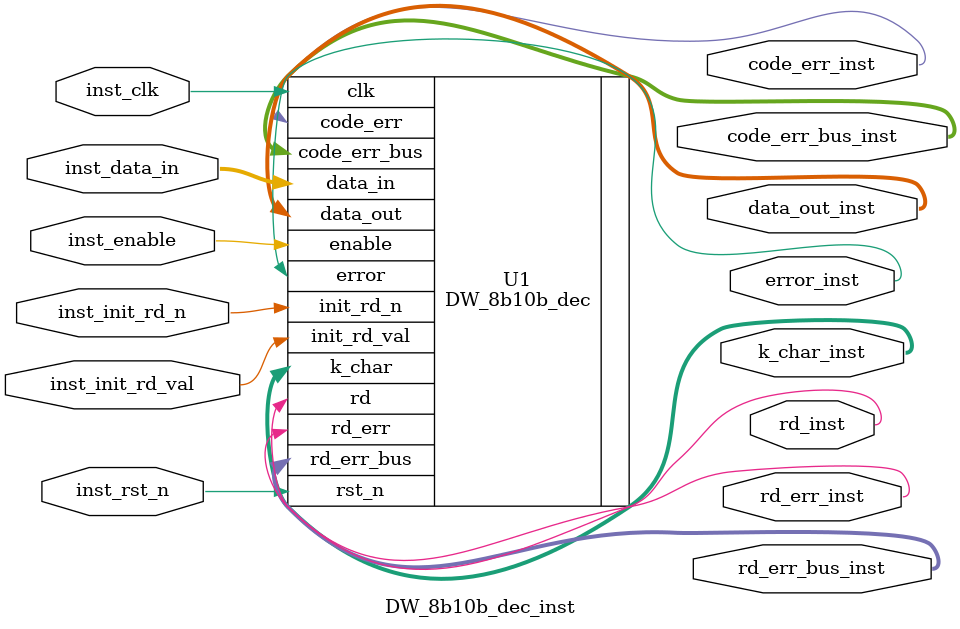
<source format=v>
module DW_8b10b_dec_inst(inst_clk, inst_rst_n, inst_init_rd_n,
                         inst_init_rd_val, inst_data_in, error_inst, 
                         rd_inst, k_char_inst, data_out_inst, 
                         rd_err_inst, code_err_inst, inst_enable,
			 rd_err_bus_inst, code_err_bus_inst );
  parameter inst_bytes = 2;
  parameter inst_k28_5_only = 0;
  parameter inst_en_mode = 0;
  parameter inst_init_mode = 1;
  parameter inst_rst_mode = 0;
  parameter inst_op_iso_mode = 0;

  input inst_clk;
  input inst_rst_n;
  input inst_init_rd_n;
  input inst_init_rd_val;
  input [inst_bytes*10-1 : 0] inst_data_in;
  output error_inst;
  output rd_inst;
  output [inst_bytes-1 : 0] k_char_inst;
  output [inst_bytes*8-1 : 0] data_out_inst;
  output rd_err_inst;
  output code_err_inst;
  input inst_enable;
  output [inst_bytes-1 : 0] rd_err_bus_inst;
  output [inst_bytes-1 : 0] code_err_bus_inst;

  // Instance of DW_8b10b_dec
  DW_8b10b_dec #(inst_bytes, inst_k28_5_only, inst_en_mode, 
                 inst_init_mode, inst_rst_mode, inst_op_iso_mode)
    U1 (.clk(inst_clk),   .rst_n(inst_rst_n),   .init_rd_n(inst_init_rd_n),
        .init_rd_val(inst_init_rd_val),   .data_in(inst_data_in),
        .error(error_inst),   .rd(rd_inst),   .k_char(k_char_inst),
        .data_out(data_out_inst),   .rd_err(rd_err_inst),
        .code_err(code_err_inst),   .enable(inst_enable),
	.rd_err_bus(rd_err_bus_inst), .code_err_bus(code_err_bus_inst) );
endmodule

</source>
